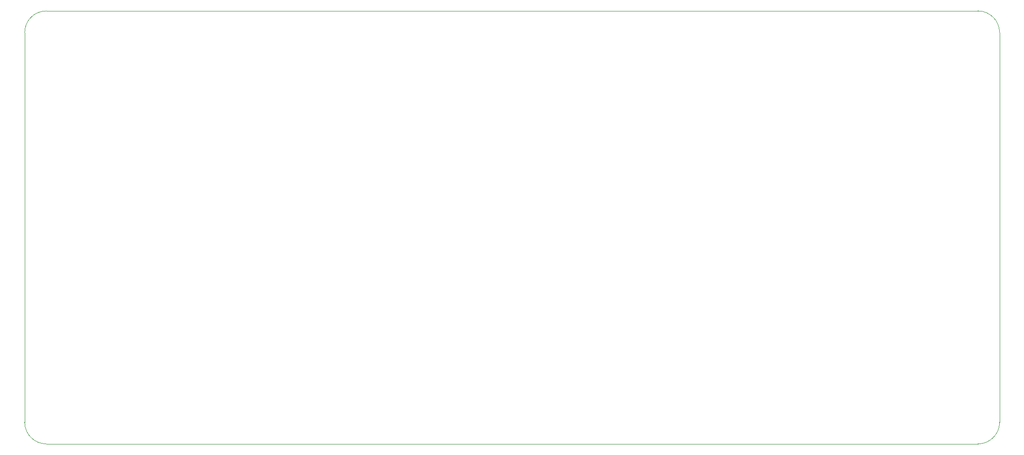
<source format=gbr>
%TF.GenerationSoftware,KiCad,Pcbnew,7.0.7-7.0.7~ubuntu22.04.1*%
%TF.CreationDate,2023-08-30T01:26:55-07:00*%
%TF.ProjectId,mainboard,6d61696e-626f-4617-9264-2e6b69636164,rev?*%
%TF.SameCoordinates,Original*%
%TF.FileFunction,Profile,NP*%
%FSLAX46Y46*%
G04 Gerber Fmt 4.6, Leading zero omitted, Abs format (unit mm)*
G04 Created by KiCad (PCBNEW 7.0.7-7.0.7~ubuntu22.04.1) date 2023-08-30 01:26:55*
%MOMM*%
%LPD*%
G01*
G04 APERTURE LIST*
%TA.AperFunction,Profile*%
%ADD10C,0.100000*%
%TD*%
G04 APERTURE END LIST*
D10*
X246000000Y-140000000D02*
G75*
G03*
X250000000Y-136000000I0J4000000D01*
G01*
X74000000Y-60000000D02*
G75*
G03*
X70000000Y-64000000I0J-4000000D01*
G01*
X70000000Y-136000000D02*
G75*
G03*
X74000000Y-140000000I4000000J0D01*
G01*
X70000000Y-136000000D02*
X70000000Y-64000000D01*
X250000000Y-64000000D02*
G75*
G03*
X246000000Y-60000000I-4000000J0D01*
G01*
X246000000Y-140000000D02*
X74000000Y-140000000D01*
X74000000Y-60000000D02*
X246000000Y-60000000D01*
X250000000Y-64000000D02*
X250000000Y-136000000D01*
M02*

</source>
